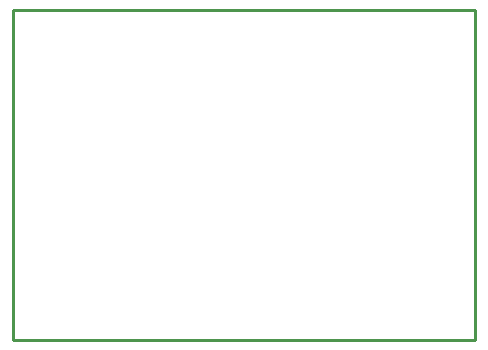
<source format=gko>
G04*
G04 #@! TF.GenerationSoftware,Altium Limited,Altium Designer,22.3.1 (43)*
G04*
G04 Layer_Color=16711935*
%FSLAX25Y25*%
%MOIN*%
G70*
G04*
G04 #@! TF.SameCoordinates,5170A01E-4387-43F3-8572-BE7CC5784F07*
G04*
G04*
G04 #@! TF.FilePolarity,Positive*
G04*
G01*
G75*
%ADD39C,0.01000*%
D39*
X-14173Y-14370D02*
X139862D01*
Y95669D01*
X-14173D02*
X139862D01*
X-14173Y-14370D02*
Y95669D01*
M02*

</source>
